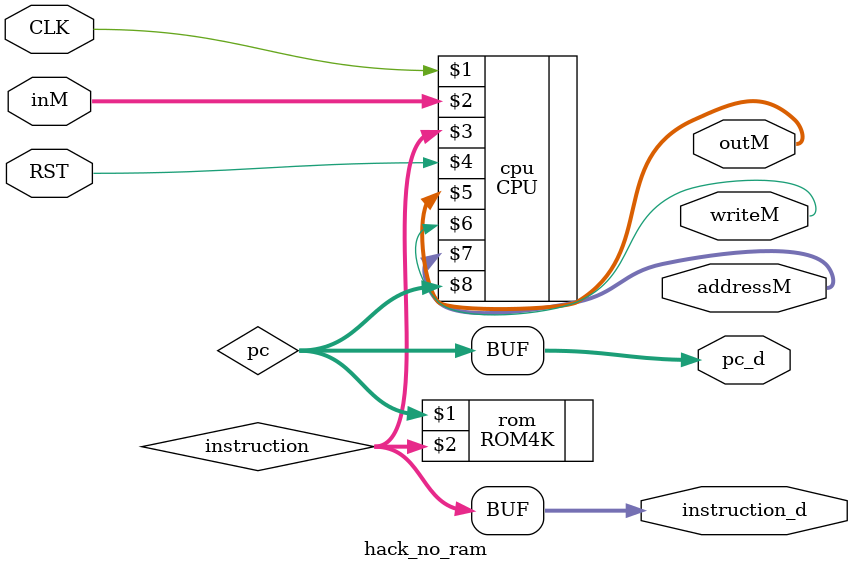
<source format=v>

module hack_no_ram (
    input CLK,              // 16MHz clock
    input RST,              // reset button
    input [15:0] inM,       // data from memory
    output [15:0] outM,     // data to memory
    output [14:0] addressM, // memory address
    output writeM,          // memory write enable
    
    output [14:0] pc_d,
    output [15:0] instruction_d
);

    wire [14:0] pc;
    wire [15:0] instruction;
    
    ROM4K rom(pc, instruction);
    CPU cpu(CLK, inM, instruction, RST, outM, writeM, addressM, pc);
    
    // connect the internal signals to the debug signals
    assign pc_d = pc;
    assign instruction_d = instruction;
    
endmodule

</source>
